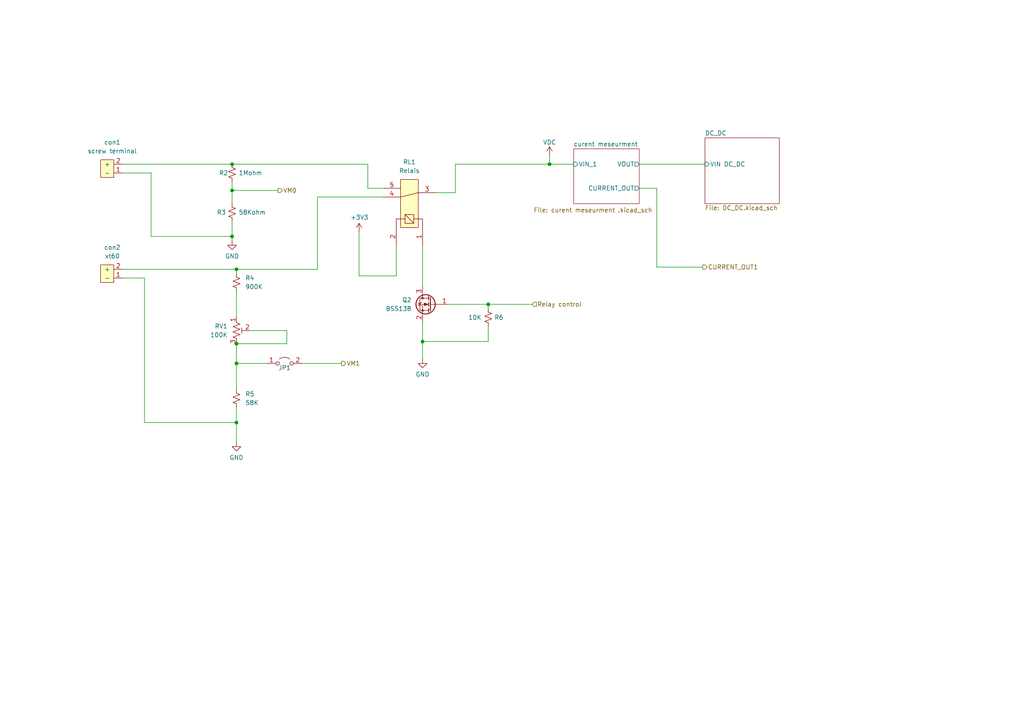
<source format=kicad_sch>
(kicad_sch (version 20210621) (generator eeschema)
  (paper "A4")
  (lib_symbols
    (symbol "Device:R_Potentiometer_Trim_US" (pin_names (offset 1.016) hide)
      (property "Reference" "RV" (at -4.445 0 90))
      (property "Value" "R_Potentiometer_Trim_US" (at -2.54 0 90))
      (symbol "R_Potentiometer_Trim_US_0_1"
        (polyline (pts (xy 0 -2.286) (xy 0 -2.54)))
        (polyline (pts (xy 0 2.286) (xy 0 2.54)))
        (polyline (pts (xy 1.524 0.762) (xy 1.524 -0.762)))
        (polyline (pts (xy 2.54 0) (xy 1.524 0)))
        (polyline (pts (xy 0 -0.762) (xy 1.016 -1.143) (xy 0 -1.524) (xy -1.016 -1.905) (xy 0 -2.286)))
        (polyline (pts (xy 0 0.762) (xy 1.016 0.381) (xy 0 0) (xy -1.016 -0.381) (xy 0 -0.762)))
        (polyline (pts (xy 0 2.286) (xy 1.016 1.905) (xy 0 1.524) (xy -1.016 1.143) (xy 0 0.762)))
      )
      (symbol "R_Potentiometer_Trim_US_1_1"
        (pin passive line (at 0 3.81 270) (length 1.27) (name "1") (number "1"))
        (pin passive line (at 3.81 0 180) (length 1.27) (name "2") (number "2"))
        (pin passive line (at 0 -3.81 90) (length 1.27) (name "3") (number "3"))
      )
    )
    (symbol "Device:R_Small_US" (pin_numbers hide) (pin_names (offset 0.254) hide)
      (property "Reference" "R" (at 0.762 0.508 0))
      (property "Value" "R_Small_US" (at 0.762 -1.016 0))
      (symbol "R_Small_US_1_1"
        (polyline (pts (xy 0 0) (xy 1.016 -0.381) (xy 0 -0.762) (xy -1.016 -1.143) (xy 0 -1.524)))
        (polyline (pts (xy 0 1.524) (xy 1.016 1.143) (xy 0 0.762) (xy -1.016 0.381) (xy 0 0)))
        (pin passive line (at 0 2.54 270) (length 1.016) (name "~") (number "1"))
        (pin passive line (at 0 -2.54 90) (length 1.016) (name "~") (number "2"))
      )
    )
    (symbol "Jumper:Jumper_2_Open" (pin_names (offset 0) hide)
      (property "Reference" "JP" (at 0 2.794 0))
      (property "Value" "Jumper_2_Open" (at 0 -2.286 0))
      (symbol "Jumper_2_Open_0_0"
        (circle (center -2.032 0) (radius 0.508))
        (circle (center 2.032 0) (radius 0.508))
      )
      (symbol "Jumper_2_Open_0_1"
        (arc (start -1.524 1.27) (end 1.524 1.27) (radius (at 0 -0.762) (length 2.54) (angles 126.9 53.1)))
      )
      (symbol "Jumper_2_Open_1_1"
        (pin passive line (at -5.08 0 0) (length 2.54) (name "A") (number "1"))
        (pin passive line (at 5.08 0 180) (length 2.54) (name "B") (number "2"))
      )
    )
    (symbol "Transistor_FET:BSS138" (pin_names hide)
      (property "Reference" "Q" (at 5.08 1.905 0))
      (property "Value" "BSS138" (at 5.08 0 0))
      (symbol "BSS138_0_1"
        (circle (center 1.651 0) (radius 2.794) (stroke (width 0.254)))
        (circle (center 2.54 -1.778) (radius 0.254) (fill (type outline)))
        (circle (center 2.54 1.778) (radius 0.254) (fill (type outline)))
        (polyline (pts (xy 0.254 0) (xy -2.54 0)))
        (polyline (pts (xy 0.254 1.905) (xy 0.254 -1.905)) (stroke (width 0.254)))
        (polyline (pts (xy 0.762 -1.27) (xy 0.762 -2.286)) (stroke (width 0.254)))
        (polyline (pts (xy 0.762 0.508) (xy 0.762 -0.508)) (stroke (width 0.254)))
        (polyline (pts (xy 0.762 2.286) (xy 0.762 1.27)) (stroke (width 0.254)))
        (polyline (pts (xy 2.54 2.54) (xy 2.54 1.778)))
        (polyline (pts (xy 2.54 -2.54) (xy 2.54 0) (xy 0.762 0)))
        (polyline (pts (xy 0.762 -1.778) (xy 3.302 -1.778) (xy 3.302 1.778) (xy 0.762 1.778)))
        (polyline (pts (xy 2.794 0.508) (xy 2.921 0.381) (xy 3.683 0.381) (xy 3.81 0.254)))
        (polyline (pts (xy 3.302 0.381) (xy 2.921 -0.254) (xy 3.683 -0.254) (xy 3.302 0.381)))
        (polyline (pts (xy 1.016 0) (xy 2.032 0.381) (xy 2.032 -0.381) (xy 1.016 0)) (fill (type outline)))
      )
      (symbol "BSS138_1_1"
        (pin input line (at -5.08 0 0) (length 2.54) (name "G") (number "1"))
        (pin passive line (at 2.54 -5.08 90) (length 2.54) (name "S") (number "2"))
        (pin passive line (at 2.54 5.08 270) (length 2.54) (name "D") (number "3"))
      )
    )
    (symbol "conectors:battery_con" (pin_names (offset 1.016))
      (property "Reference" "con" (at 0 3.81 0))
      (property "Value" "battery_con" (at 3.81 2.54 90))
      (symbol "battery_con_1_1"
        (rectangle (start -1.27 2.54) (end 2.54 -2.54) (fill (type background)))
        (pin unspecified line (at -3.81 -1.27 0) (length 2.54) (name "-") (number "1"))
        (pin unspecified line (at -3.81 1.27 0) (length 2.54) (name "+") (number "2"))
      )
    )
    (symbol "power:+3V3" (power) (pin_names (offset 0))
      (property "Value" "+3V3" (at 0 3.556 0))
      (symbol "+3V3_0_1"
        (polyline (pts (xy -0.762 1.27) (xy 0 2.54)))
        (polyline (pts (xy 0 0) (xy 0 2.54)))
        (polyline (pts (xy 0 2.54) (xy 0.762 1.27)))
      )
      (symbol "+3V3_1_1"
        (pin power_in line (at 0 0 90) (length 0) hide (name "+3V3") (number "1"))
      )
    )
    (symbol "power:GND" (power) (pin_names (offset 0))
      (property "Value" "GND" (at 0 -3.81 0))
      (symbol "GND_0_1"
        (polyline (pts (xy 0 0) (xy 0 -1.27) (xy 1.27 -1.27) (xy 0 -2.54) (xy -1.27 -1.27) (xy 0 -1.27)))
      )
      (symbol "GND_1_1"
        (pin power_in line (at 0 0 270) (length 0) hide (name "GND") (number "1"))
      )
    )
    (symbol "power:VDC" (power) (pin_names (offset 0))
      (property "Value" "VDC" (at 0 6.35 0))
      (symbol "VDC_0_1"
        (polyline (pts (xy -0.762 1.27) (xy 0 2.54)))
        (polyline (pts (xy 0 0) (xy 0 2.54)))
        (polyline (pts (xy 0 2.54) (xy 0.762 1.27)))
      )
      (symbol "VDC_1_1"
        (pin power_in line (at 0 0 90) (length 0) hide (name "VDC") (number "1"))
      )
    )
    (symbol "vanalles:Relais" (pin_names (offset 1.016))
      (property "Reference" "RL" (at 2.54 2.54 0))
      (property "Value" "Relais" (at 15.24 -2.54 90))
      (symbol "Relais_0_1"
        (rectangle (start 0 0) (end 13.97 -5.08) (fill (type background)))
        (polyline (pts (xy 0 -6.35) (xy 2.54 -6.35)))
        (polyline (pts (xy 1.27 -2.54) (xy 1.27 -3.81)))
        (polyline (pts (xy 1.27 -1.27) (xy 1.27 -2.54)))
        (polyline (pts (xy 1.27 -1.27) (xy 3.81 -3.81)))
        (polyline (pts (xy 1.27 -1.27) (xy 3.81 -1.27)))
        (polyline (pts (xy 2.54 -3.81) (xy 2.54 -6.35)))
        (polyline (pts (xy 3.81 -2.54) (xy 3.81 -1.27)))
        (polyline (pts (xy 8.89 -5.08) (xy 10.16 0)))
        (polyline (pts (xy 0 1.27) (xy 2.54 1.27) (xy 2.54 -1.27)))
        (polyline (pts (xy 3.81 -3.81) (xy 3.81 -2.54) (xy 3.81 -3.81) (xy 1.27 -3.81)))
      )
      (symbol "Relais_1_1"
        (pin unspecified line (at -5.08 1.27 0) (length 5.0038) (name "~") (number "1"))
        (pin unspecified line (at -5.08 -6.35 0) (length 5.0038) (name "~") (number "2"))
        (pin unspecified line (at 10.16 5.08 270) (length 5.0038) (name "~") (number "3"))
        (pin unspecified line (at 8.89 -10.16 90) (length 5.0038) (name "~") (number "4"))
        (pin unspecified line (at 11.43 -10.16 90) (length 5.0038) (name "~") (number "5"))
      )
    )
  )
  (junction (at 67.31 47.625))
  (junction (at 67.31 55.245) (diameter 0.9144))
  (junction (at 67.31 68.58) (diameter 0.9144))
  (junction (at 68.58 78.105))
  (junction (at 68.58 99.695) (diameter 0.9144))
  (junction (at 68.58 105.41) (diameter 0.9144))
  (junction (at 68.58 122.555) (diameter 0.9144))
  (junction (at 122.555 99.06))
  (junction (at 141.605 88.265))
  (junction (at 159.385 47.625))
  (wire (pts (xy 35.56 47.625) (xy 67.31 47.625)))
  (wire (pts (xy 35.56 78.105) (xy 68.58 78.105)))
  (wire (pts (xy 35.56 80.645) (xy 41.91 80.645)))
  (wire (pts (xy 41.91 80.645) (xy 41.91 122.555)))
  (wire (pts (xy 41.91 122.555) (xy 68.58 122.555)))
  (wire (pts (xy 43.815 50.165) (xy 35.56 50.165)))
  (wire (pts (xy 43.815 68.58) (xy 43.815 50.165)))
  (wire (pts (xy 67.31 47.625) (xy 106.68 47.625)))
  (wire (pts (xy 67.31 52.705) (xy 67.31 55.245)))
  (wire (pts (xy 67.31 55.245) (xy 67.31 59.055)))
  (wire (pts (xy 67.31 64.135) (xy 67.31 68.58)))
  (wire (pts (xy 67.31 68.58) (xy 43.815 68.58)))
  (wire (pts (xy 67.31 68.58) (xy 67.31 69.85)))
  (wire (pts (xy 68.58 78.105) (xy 68.58 79.375)))
  (wire (pts (xy 68.58 84.455) (xy 68.58 92.075)))
  (wire (pts (xy 68.58 99.695) (xy 68.58 105.41)))
  (wire (pts (xy 68.58 105.41) (xy 68.58 113.03)))
  (wire (pts (xy 68.58 105.41) (xy 77.47 105.41)))
  (wire (pts (xy 68.58 118.11) (xy 68.58 122.555)))
  (wire (pts (xy 68.58 122.555) (xy 68.58 128.27)))
  (wire (pts (xy 72.39 95.885) (xy 83.185 95.885)))
  (wire (pts (xy 80.645 55.245) (xy 67.31 55.245)))
  (wire (pts (xy 83.185 95.885) (xy 83.185 99.695)))
  (wire (pts (xy 83.185 99.695) (xy 68.58 99.695)))
  (wire (pts (xy 87.63 105.41) (xy 99.06 105.41)))
  (wire (pts (xy 92.075 57.15) (xy 92.075 78.105)))
  (wire (pts (xy 92.075 78.105) (xy 68.58 78.105)))
  (wire (pts (xy 104.14 67.31) (xy 104.14 80.01)))
  (wire (pts (xy 106.68 47.625) (xy 106.68 54.61)))
  (wire (pts (xy 106.68 54.61) (xy 111.125 54.61)))
  (wire (pts (xy 111.125 57.15) (xy 92.075 57.15)))
  (wire (pts (xy 114.935 71.12) (xy 114.935 80.01)))
  (wire (pts (xy 114.935 80.01) (xy 104.14 80.01)))
  (wire (pts (xy 122.555 83.185) (xy 122.555 71.12)))
  (wire (pts (xy 122.555 99.06) (xy 122.555 93.345)))
  (wire (pts (xy 122.555 99.06) (xy 141.605 99.06)))
  (wire (pts (xy 122.555 104.14) (xy 122.555 99.06)))
  (wire (pts (xy 126.365 55.88) (xy 132.08 55.88)))
  (wire (pts (xy 132.08 47.625) (xy 159.385 47.625)))
  (wire (pts (xy 132.08 55.88) (xy 132.08 47.625)))
  (wire (pts (xy 141.605 88.265) (xy 130.175 88.265)))
  (wire (pts (xy 141.605 88.265) (xy 154.305 88.265)))
  (wire (pts (xy 141.605 89.535) (xy 141.605 88.265)))
  (wire (pts (xy 141.605 99.06) (xy 141.605 94.615)))
  (wire (pts (xy 159.385 45.085) (xy 159.385 47.625)))
  (wire (pts (xy 159.385 47.625) (xy 166.37 47.625)))
  (wire (pts (xy 185.42 47.625) (xy 204.47 47.625)))
  (wire (pts (xy 185.42 54.61) (xy 190.5 54.61)))
  (wire (pts (xy 190.5 54.61) (xy 190.5 77.47)))
  (wire (pts (xy 190.5 77.47) (xy 203.835 77.47)))
  (hierarchical_label "VM0" (shape output) (at 80.645 55.245 0))
  (hierarchical_label "VM1" (shape output) (at 99.06 105.41 0))
  (hierarchical_label "Relay control" (shape input) (at 154.305 88.265 0))
  (hierarchical_label "CURRENT_OUT1" (shape output) (at 203.835 77.47 0))
  (symbol (lib_id "power:+3V3") (at 104.14 67.31 0) (unit 1)
    (property "Reference" "#PWR0106" (effects hide))
    (property "Value" "+3V3" (at 101.6 63.0554 0) (effects (justify left)))
  )
  (symbol (lib_id "power:VDC") (at 159.385 45.085 0) (unit 1)
    (property "Reference" "#PWR0156" (effects hide))
    (property "Value" "VDC" (at 159.385 41.275 0))
  )
  (symbol (lib_id "power:GND") (at 67.31 69.85 0) (mirror y) (unit 1)
    (property "Reference" "#PWR0105" (effects hide))
    (property "Value" "GND" (at 67.31 74.295 0))
  )
  (symbol (lib_id "power:GND") (at 68.58 128.27 0) (unit 1)
    (property "Reference" "#PWR0104" (effects hide))
    (property "Value" "GND" (at 68.58 132.715 0))
  )
  (symbol (lib_id "power:GND") (at 122.555 104.14 0) (unit 1)
    (property "Reference" "#PWR0107" (effects hide))
    (property "Value" "GND" (at 122.555 108.585 0))
  )
  (symbol (lib_id "Device:R_Small_US") (at 67.31 50.165 0) (unit 1)
    (property "Reference" "R2" (at 63.5 50.1649 0) (effects (justify left)))
    (property "Value" "1Mohm" (at 69.215 50.1649 0) (effects (justify left)))
    (property "Footprint" "vanalles:0603" (effects hide))
  )
  (symbol (lib_id "Device:R_Small_US") (at 67.31 61.595 0) (unit 1)
    (property "Reference" "R3" (at 62.865 61.5949 0) (effects (justify left)))
    (property "Value" "58Kohm" (at 69.215 61.5949 0) (effects (justify left)))
    (property "Footprint" "vanalles:0603" (effects hide))
  )
  (symbol (lib_id "Device:R_Small_US") (at 68.58 81.915 0) (unit 1)
    (property "Reference" "R4" (at 71.12 80.6449 0) (effects (justify left)))
    (property "Value" "900K" (at 71.12 83.1849 0) (effects (justify left)))
    (property "Footprint" "vanalles:0603" (effects hide))
  )
  (symbol (lib_id "Device:R_Small_US") (at 68.58 115.57 0) (unit 1)
    (property "Reference" "R5" (at 71.12 114.2999 0) (effects (justify left)))
    (property "Value" "58K" (at 71.12 116.8399 0) (effects (justify left)))
    (property "Footprint" "vanalles:0603" (effects hide))
  )
  (symbol (lib_id "Device:R_Small_US") (at 141.605 92.075 180) (unit 1)
    (property "Reference" "R6" (at 146.05 92.0751 0) (effects (justify left)))
    (property "Value" "10K" (at 139.7 92.0751 0) (effects (justify left)))
    (property "Footprint" "vanalles:0603" (effects hide))
  )
  (symbol (lib_id "Jumper:Jumper_2_Open") (at 82.55 105.41 0) (unit 1)
    (property "Reference" "JP1" (at 82.55 106.68 0))
    (property "Value" "Jumper_2_Open" (effects hide))
    (property "Footprint" "vanalles:SolderJumper-2_P1.3mm_Open_Pad1.0x1.5mm" (effects hide))
  )
  (symbol (lib_id "conectors:battery_con") (at 31.75 48.895 0) (mirror y) (unit 1)
    (property "Reference" "con1" (at 32.5755 41.275 0))
    (property "Value" "screw terminal" (at 32.5755 43.815 0))
    (property "Footprint" "connectors_user:2pin_screw" (effects hide))
  )
  (symbol (lib_id "conectors:battery_con") (at 31.75 79.375 0) (mirror y) (unit 1)
    (property "Reference" "con2" (at 32.5755 71.755 0))
    (property "Value" "xt60" (at 32.5755 74.295 0))
    (property "Footprint" "connectors_user:AMASS_XT60PW-F" (effects hide))
  )
  (symbol (lib_id "Device:R_Potentiometer_Trim_US") (at 68.58 95.885 0) (unit 1)
    (property "Reference" "RV1" (at 66.04 94.6149 0) (effects (justify right)))
    (property "Value" "100K" (at 66.04 97.1549 0) (effects (justify right)))
    (property "Footprint" "vanalles:3314G-1-201E bourns trimmer" (effects hide))
  )
  (symbol (lib_id "Transistor_FET:BSS138") (at 125.095 88.265 0) (mirror y) (unit 1)
    (property "Reference" "Q2" (at 119.38 86.9949 0) (effects (justify left)))
    (property "Value" "BSS138" (at 119.38 89.5349 0) (effects (justify left)))
    (property "Footprint" "halfgeleiders:sot-23," (effects hide))
    (property "Datasheet" "https://www.onsemi.com/pub/Collateral/BSS138-D.PDF" (effects hide))
  )
  (symbol (lib_id "vanalles:Relais") (at 121.285 66.04 270) (mirror x) (unit 1)
    (property "Reference" "RL1" (at 118.745 46.99 90))
    (property "Value" "Relais" (at 118.745 49.53 90))
    (property "Footprint" "vanalles:G5V-1" (effects hide))
  )
  (sheet (at 204.47 40.005) (size 21.59 19.05) (stroke (width 0.0006))
    (property "Sheet name" "DC_DC" (at 204.47 39.3693 0) (effects (justify left bottom)))
    (property "Sheet file" "DC_DC.kicad_sch" (at 204.47 59.5637 0) (effects (justify left top)))
    (pin "VIN DC_DC" input (at 204.47 47.625 180))
  )
  (sheet (at 166.37 43.18) (size 19.05 15.875) (stroke (width 0.0006))
    (property "Sheet name" "curent meseurment " (at 166.37 42.5443 0) (effects (justify left bottom)))
    (property "Sheet file" "curent meseurment .kicad_sch" (at 189.23 60.1987 0) (effects (justify right top)))
    (pin "VOUT" output (at 185.42 47.625 0))
    (pin "VIN_1" input (at 166.37 47.625 180))
    (pin "CURRENT_OUT" output (at 185.42 54.61 0))
  )
)
</source>
